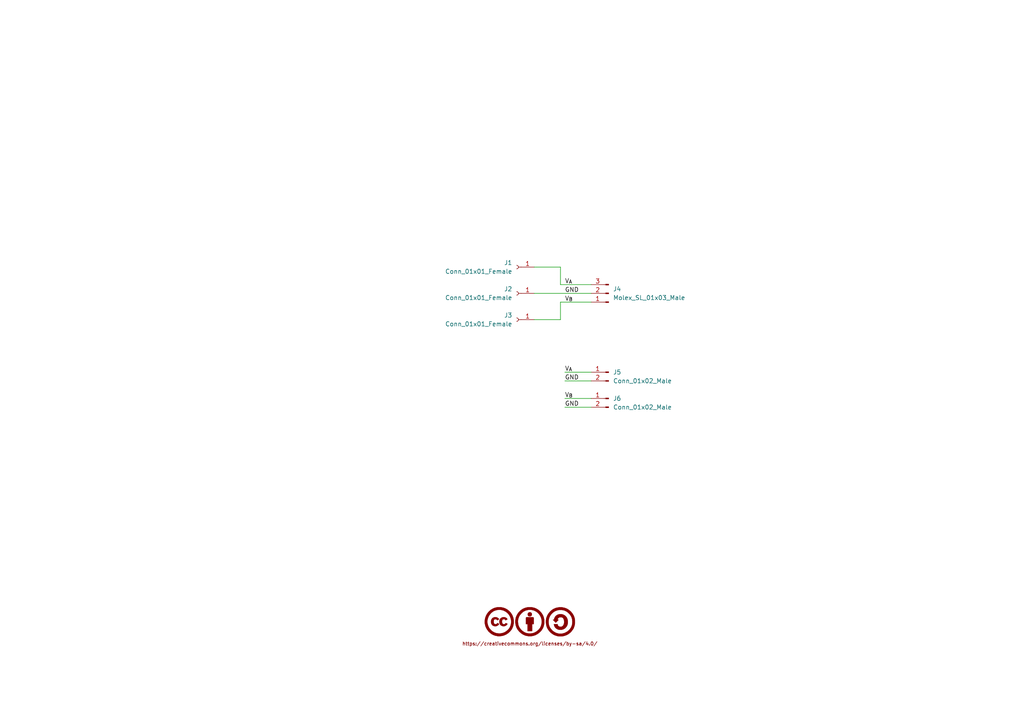
<source format=kicad_sch>
(kicad_sch (version 20211123) (generator eeschema)
  (paper "A4")
  (lib_symbols
    (symbol "Connector:Conn_01x01_Female" (pin_names (offset 1.016) hide)
      (property "Reference" "J" (at 0 2.54 0))
      (property "Value" "Conn_01x01_Female" (at 0 -2.54 0))
      (symbol "Conn_01x01_Female_1_1"
        (polyline (pts (xy -1.27 0) (xy -0.508 0)) (stroke (width 0.1524)))
        (arc (start 0 0.508) (mid -0.508 0) (end 0 -0.508) (stroke (width 0.1524)))
        (pin passive line (at -5.08 0 0) (length 3.81) (name "Pin_1") (number "1"))
      )
    )
    (symbol "Connector:Conn_01x02_Male" (pin_names (offset 1.016) hide)
      (property "Reference" "J" (at 0 2.54 0))
      (property "Value" "Conn_01x02_Male" (at 0 -5.08 0))
      (symbol "Conn_01x02_Male_1_1"
        (polyline (pts (xy 1.27 -2.54) (xy 0.8636 -2.54)) (stroke (width 0.1524)))
        (polyline (pts (xy 1.27 0) (xy 0.8636 0)) (stroke (width 0.1524)))
        (rectangle (start 0.8636 -2.413) (end 0 -2.667) (stroke (width 0.1524)) (fill (type outline)))
        (rectangle (start 0.8636 0.127) (end 0 -0.127) (stroke (width 0.1524)) (fill (type outline)))
        (pin passive line (at 5.08 0 180) (length 3.81) (name "Pin_1") (number "1"))
        (pin passive line (at 5.08 -2.54 180) (length 3.81) (name "Pin_2") (number "2"))
      )
    )
    (symbol "Connector_gkeeth:Molex_SL_01x03_Male" (pin_names (offset 1.016) hide)
      (property "Reference" "J" (at 0 5.08 0))
      (property "Value" "Molex_SL_01x03_Male" (at 0 -5.08 0))
      (symbol "Molex_SL_01x03_Male_1_1"
        (polyline (pts (xy 1.27 -2.54) (xy 0.8636 -2.54)) (stroke (width 0.1524)))
        (polyline (pts (xy 1.27 0) (xy 0.8636 0)) (stroke (width 0.1524)))
        (polyline (pts (xy 1.27 2.54) (xy 0.8636 2.54)) (stroke (width 0.1524)))
        (rectangle (start 0.8636 -2.413) (end 0 -2.667) (stroke (width 0.1524)) (fill (type outline)))
        (rectangle (start 0.8636 0.127) (end 0 -0.127) (stroke (width 0.1524)) (fill (type outline)))
        (rectangle (start 0.8636 2.667) (end 0 2.413) (stroke (width 0.1524)) (fill (type outline)))
        (pin passive line (at 5.08 2.54 180) (length 3.81) (name "Pin_1") (number "1"))
        (pin passive line (at 5.08 0 180) (length 3.81) (name "Pin_2") (number "2"))
        (pin passive line (at 5.08 -2.54 180) (length 3.81) (name "Pin_3") (number "3"))
      )
    )
    (symbol "Creative_Commons:CC-BY-SA_0.33in" (pin_names (offset 1.016))
      (symbol "CC-BY-SA_0.33in_0_0"
        (polyline (pts (xy 0.6604 -0.6604) (xy 1.1176 -0.6604) (xy 1.1176 1.143) (xy 1.0922 1.1684) (xy 1.0668 1.2192) (xy 0.9652 1.3208) (xy -0.9652 1.3208) (xy -0.9906 1.2954) (xy -1.0414 1.27) (xy -1.0668 1.2192) (xy -1.1176 1.1684) (xy -1.1176 -0.6604) (xy -0.6604 -0.6604) (xy -0.6604 -2.6924) (xy 0.6604 -2.6924) (xy 0.6604 -0.6604)) (stroke (width 0.0254)) (fill (type outline)))
        (polyline (pts (xy 0.254 1.6002) (xy 0.4064 1.7018) (xy 0.4572 1.7526) (xy 0.508 1.8288) (xy 0.5588 1.9812) (xy 0.5842 2.1082) (xy 0.5842 2.1844) (xy 0.5588 2.286) (xy 0.5588 2.3622) (xy 0.5334 2.4384) (xy 0.508 2.4892) (xy 0.4826 2.5146) (xy 0.4572 2.5654) (xy 0.4064 2.6162) (xy 0.3556 2.6416) (xy 0.3048 2.6924) (xy 0.2286 2.7178) (xy 0.1524 2.7178) (xy 0.0508 2.7432) (xy -0.0508 2.7432) (xy -0.127 2.7178) (xy -0.2032 2.7178) (xy -0.2794 2.6924) (xy -0.3556 2.6416) (xy -0.381 2.6416) (xy -0.4318 2.5908) (xy -0.4572 2.54) (xy -0.508 2.5146) (xy -0.5334 2.4638) (xy -0.5588 2.3876) (xy -0.5588 2.286) (xy -0.5842 2.2098) (xy -0.5842 2.032) (xy -0.508 1.8034) (xy -0.4572 1.7272) (xy -0.3048 1.6256) (xy -0.2286 1.6002) (xy -0.127 1.5748) (xy 0.1524 1.5748) (xy 0.254 1.6002)) (stroke (width 0.0254)) (fill (type outline)))
        (polyline (pts (xy -7.3152 -1.2446) (xy -7.1628 -1.2192) (xy -7.0358 -1.1684) (xy -6.9342 -1.0922) (xy -6.8072 -1.016) (xy -6.5786 -0.7874) (xy -6.5532 -0.7366) (xy -6.5024 -0.6858) (xy -6.5024 -0.6604) (xy -6.477 -0.635) (xy -6.477 -0.6096) (xy -6.5024 -0.6096) (xy -6.5532 -0.5842) (xy -6.5786 -0.5588) (xy -6.8834 -0.4064) (xy -6.9342 -0.4064) (xy -6.9596 -0.381) (xy -7.0104 -0.381) (xy -7.0104 -0.4064) (xy -7.0358 -0.4572) (xy -7.0866 -0.508) (xy -7.112 -0.5588) (xy -7.1882 -0.635) (xy -7.4168 -0.7112) (xy -7.6708 -0.7112) (xy -7.747 -0.6604) (xy -7.8232 -0.635) (xy -7.8994 -0.5842) (xy -7.9248 -0.5334) (xy -7.9756 -0.4826) (xy -8.001 -0.381) (xy -8.0264 -0.3048) (xy -8.0772 -0.1016) (xy -8.0772 0.254) (xy -8.0518 0.3302) (xy -8.0264 0.4318) (xy -7.9756 0.508) (xy -7.9502 0.5842) (xy -7.8486 0.6858) (xy -7.62 0.762) (xy -7.3914 0.762) (xy -7.3152 0.7366) (xy -7.1628 0.635) (xy -7.0612 0.4826) (xy -7.0358 0.4318) (xy -6.7564 0.5842) (xy -6.7056 0.6096) (xy -6.6294 0.635) (xy -6.5532 0.7112) (xy -6.5278 0.7112) (xy -6.5024 0.7366) (xy -6.5024 0.762) (xy -6.5532 0.8128) (xy -6.7056 1.016) (xy -6.8072 1.0922) (xy -6.9342 1.1684) (xy -7.0358 1.2192) (xy -7.1628 1.27) (xy -7.3152 1.2954) (xy -7.3914 1.3208) (xy -7.7978 1.3208) (xy -7.8486 1.2954) (xy -8.0518 1.2446) (xy -8.255 1.143) (xy -8.4582 0.9906) (xy -8.5344 0.9144) (xy -8.6106 0.7874) (xy -8.6868 0.6858) (xy -8.7376 0.5334) (xy -8.7884 0.4064) (xy -8.8138 0.254) (xy -8.8138 -0.2286) (xy -8.7884 -0.3556) (xy -8.636 -0.7366) (xy -8.4836 -0.9398) (xy -8.2804 -1.0922) (xy -8.1534 -1.1684) (xy -8.0264 -1.2192) (xy -7.8994 -1.2446) (xy -7.747 -1.27) (xy -7.4168 -1.27) (xy -7.3152 -1.2446)) (stroke (width 0.0254)) (fill (type outline)))
        (polyline (pts (xy -9.779 -1.2446) (xy -9.7028 -1.2446) (xy -9.6012 -1.2192) (xy -9.2964 -1.0668) (xy -9.2456 -1.016) (xy -9.1694 -0.9652) (xy -9.0932 -0.889) (xy -9.0424 -0.8128) (xy -8.9662 -0.7112) (xy -8.9408 -0.6858) (xy -8.9408 -0.6604) (xy -8.9154 -0.635) (xy -8.9154 -0.6096) (xy -8.9408 -0.6096) (xy -8.9916 -0.5842) (xy -9.017 -0.5588) (xy -9.3218 -0.4064) (xy -9.3472 -0.4064) (xy -9.398 -0.381) (xy -9.4234 -0.381) (xy -9.4234 -0.4064) (xy -9.4488 -0.4318) (xy -9.4742 -0.4826) (xy -9.6012 -0.6096) (xy -9.6774 -0.6604) (xy -9.779 -0.7112) (xy -10.0838 -0.7112) (xy -10.1092 -0.6858) (xy -10.1854 -0.6604) (xy -10.287 -0.6096) (xy -10.3378 -0.5588) (xy -10.4648 -0.3048) (xy -10.4902 -0.2032) (xy -10.4902 -0.0762) (xy -10.5156 0.0508) (xy -10.4902 0.1778) (xy -10.4902 0.2286) (xy -10.4394 0.4318) (xy -10.414 0.508) (xy -10.3632 0.5842) (xy -10.2362 0.7112) (xy -10.1346 0.7366) (xy -10.0584 0.762) (xy -9.8044 0.762) (xy -9.779 0.7366) (xy -9.6266 0.6604) (xy -9.525 0.5588) (xy -9.4996 0.508) (xy -9.4742 0.4318) (xy -9.3218 0.508) (xy -9.2964 0.5334) (xy -9.2456 0.5588) (xy -9.1694 0.5842) (xy -9.1186 0.635) (xy -9.0424 0.6604) (xy -8.9154 0.7366) (xy -8.9408 0.762) (xy -8.9662 0.8128) (xy -9.0424 0.889) (xy -9.1186 0.9906) (xy -9.1948 1.0668) (xy -9.271 1.1176) (xy -9.4742 1.2192) (xy -9.6012 1.27) (xy -9.7536 1.2954) (xy -9.779 1.3208) (xy -10.2616 1.3208) (xy -10.3124 1.2954) (xy -10.4648 1.2446) (xy -10.5918 1.1938) (xy -10.6934 1.143) (xy -10.8204 1.0668) (xy -10.922 0.9652) (xy -11.0744 0.762) (xy -11.1252 0.635) (xy -11.176 0.5334) (xy -11.176 0.508) (xy -11.2268 0.381) (xy -11.2522 0.2286) (xy -11.2522 -0.2032) (xy -11.2268 -0.3556) (xy -11.1252 -0.6096) (xy -11.0744 -0.7112) (xy -10.9982 -0.8382) (xy -10.922 -0.9398) (xy -10.7188 -1.0922) (xy -10.5918 -1.1684) (xy -10.4648 -1.2192) (xy -10.3124 -1.2446) (xy -10.1854 -1.27) (xy -9.8044 -1.27) (xy -9.779 -1.2446)) (stroke (width 0.0254)) (fill (type outline)))
        (polyline (pts (xy 9.3218 -2.286) (xy 9.6774 -2.1844) (xy 9.8552 -2.1082) (xy 10.0076 -2.0066) (xy 10.16 -1.9304) (xy 10.414 -1.6764) (xy 10.668 -1.3716) (xy 10.7442 -1.2446) (xy 10.8204 -1.0922) (xy 10.8966 -0.9144) (xy 10.9474 -0.7366) (xy 10.9728 -0.5588) (xy 11.0236 -0.1524) (xy 11.0236 0.0254) (xy 10.9728 0.4318) (xy 10.9474 0.6096) (xy 10.8966 0.8128) (xy 10.8204 0.9906) (xy 10.7442 1.143) (xy 10.6426 1.3208) (xy 10.5156 1.4732) (xy 10.1854 1.8034) (xy 10.033 1.905) (xy 9.7282 2.0574) (xy 9.3726 2.159) (xy 9.1948 2.1844) (xy 8.9916 2.2098) (xy 8.7884 2.2098) (xy 8.3312 2.1336) (xy 8.0264 2.032) (xy 7.8994 1.9558) (xy 7.8232 1.905) (xy 7.6962 1.8288) (xy 7.5692 1.7018) (xy 7.4422 1.6002) (xy 7.3406 1.4478) (xy 7.2644 1.3208) (xy 7.1882 1.1684) (xy 7.112 0.9906) (xy 7.0612 0.8382) (xy 7.0612 0.8128) (xy 7.0358 0.762) (xy 7.0358 0.6604) (xy 7.0104 0.635) (xy 7.0104 0.5842) (xy 6.7056 0.5842) (xy 7.112 0.1778) (xy 7.5184 -0.254) (xy 8.3312 0.5588) (xy 8.1788 0.5842) (xy 8.0518 0.5842) (xy 8.0518 0.7112) (xy 8.1026 0.8128) (xy 8.1026 0.8382) (xy 8.1534 0.9398) (xy 8.2042 1.016) (xy 8.2804 1.1176) (xy 8.3566 1.1684) (xy 8.5598 1.27) (xy 8.636 1.2954) (xy 8.7376 1.3208) (xy 9.144 1.3208) (xy 9.2456 1.2954) (xy 9.2964 1.2954) (xy 9.4996 1.1938) (xy 9.6012 1.1176) (xy 9.6774 1.016) (xy 9.7282 0.9398) (xy 9.8044 0.8128) (xy 9.8552 0.6858) (xy 9.8806 0.5588) (xy 9.9314 0.4064) (xy 9.9314 0.254) (xy 9.9568 0.0762) (xy 9.9568 -0.254) (xy 9.906 -0.5588) (xy 9.8552 -0.7112) (xy 9.7536 -0.9652) (xy 9.6012 -1.1684) (xy 9.525 -1.2446) (xy 9.4234 -1.3208) (xy 9.3472 -1.3716) (xy 9.2964 -1.397) (xy 9.2456 -1.397) (xy 9.2202 -1.4224) (xy 9.1694 -1.4224) (xy 9.1186 -1.4478) (xy 8.7376 -1.4478) (xy 8.6868 -1.4224) (xy 8.636 -1.4224) (xy 8.5852 -1.397) (xy 8.5344 -1.397) (xy 8.4582 -1.3462) (xy 8.3566 -1.2954) (xy 8.2804 -1.2446) (xy 8.2042 -1.1684) (xy 8.1534 -1.0922) (xy 8.1026 -0.9906) (xy 8.1026 -0.9652) (xy 8.0518 -0.8636) (xy 8.0518 -0.6858) (xy 6.985 -0.6858) (xy 6.985 -0.762) (xy 7.0104 -0.8128) (xy 7.0358 -0.9398) (xy 7.0866 -1.1176) (xy 7.1374 -1.27) (xy 7.2136 -1.4224) (xy 7.2898 -1.5494) (xy 7.3914 -1.7018) (xy 7.5184 -1.8034) (xy 7.6454 -1.9304) (xy 7.7724 -2.032) (xy 8.128 -2.2098) (xy 8.2804 -2.2606) (xy 8.636 -2.3114) (xy 9.1694 -2.3114) (xy 9.3218 -2.286)) (stroke (width 0.0254)) (fill (type outline)))
        (polyline (pts (xy 0.635 -4.1402) (xy 1.0922 -4.0386) (xy 1.5494 -3.8862) (xy 1.7272 -3.81) (xy 2.1844 -3.556) (xy 2.413 -3.4036) (xy 2.6162 -3.2512) (xy 3.0226 -2.8956) (xy 3.0734 -2.8448) (xy 3.429 -2.4384) (xy 3.683 -2.032) (xy 3.81 -1.8034) (xy 3.9116 -1.5748) (xy 3.9878 -1.3462) (xy 4.064 -1.0922) (xy 4.1656 -0.5842) (xy 4.191 -0.3302) (xy 4.191 0.381) (xy 4.1656 0.635) (xy 4.064 1.143) (xy 3.9878 1.397) (xy 3.9116 1.6256) (xy 3.81 1.8542) (xy 3.683 2.0828) (xy 3.556 2.286) (xy 3.4036 2.5146) (xy 3.2512 2.7178) (xy 3.1496 2.8194) (xy 3.0988 2.8956) (xy 3.0226 2.9464) (xy 2.9464 3.0226) (xy 2.8956 3.0988) (xy 2.8194 3.1496) (xy 2.6924 3.2766) (xy 2.286 3.5814) (xy 1.8288 3.8354) (xy 1.6002 3.937) (xy 1.3716 4.0132) (xy 1.1176 4.0894) (xy 0.6096 4.191) (xy 0.3302 4.2164) (xy -0.4318 4.2164) (xy -0.5334 4.191) (xy -0.7874 4.1656) (xy -1.016 4.1148) (xy -1.524 3.9624) (xy -1.9812 3.7592) (xy -2.1844 3.6322) (xy -2.413 3.4798) (xy -2.6162 3.3274) (xy -2.8194 3.1496) (xy -2.9972 2.9718) (xy -3.175 2.7686) (xy -3.2004 2.7432) (xy -3.3782 2.54) (xy -3.5306 2.3114) (xy -3.6576 2.0828) (xy -3.7846 1.8796) (xy -3.8862 1.6256) (xy -3.9878 1.397) (xy -4.064 1.143) (xy -4.1656 0.635) (xy -4.1656 0.508) (xy -4.191 0.381) (xy -4.191 -0.0254) (xy -3.4544 -0.0254) (xy -3.4544 0.2032) (xy -3.4036 0.6604) (xy -3.3528 0.8636) (xy -3.2766 1.0922) (xy -3.1242 1.4986) (xy -3.0226 1.7018) (xy -2.7686 2.0574) (xy -2.4638 2.413) (xy -2.3114 2.5654) (xy -1.9558 2.8702) (xy -1.9304 2.8956) (xy -1.7272 3.0226) (xy -1.3208 3.2258) (xy -1.1176 3.302) (xy -0.6604 3.4036) (xy -0.4826 3.4544) (xy -0.2794 3.4544) (xy -0.0508 3.4798) (xy 0.1778 3.4798) (xy 0.4064 3.4544) (xy 0.6096 3.429) (xy 1.2192 3.2766) (xy 1.7272 3.0226) (xy 1.905 2.921) (xy 2.0828 2.794) (xy 2.2606 2.6416) (xy 2.5908 2.3114) (xy 2.7432 2.1336) (xy 2.8702 1.9304) (xy 2.9972 1.7526) (xy 3.2004 1.3462) (xy 3.2766 1.1176) (xy 3.3528 0.9144) (xy 3.3782 0.8128) (xy 3.4036 0.5842) (xy 3.429 0.381) (xy 3.4544 0.1524) (xy 3.4544 -0.0762) (xy 3.429 -0.3048) (xy 3.4036 -0.508) (xy 3.3782 -0.7366) (xy 3.3274 -0.9398) (xy 3.2512 -1.143) (xy 3.2512 -1.1684) (xy 3.175 -1.3716) (xy 2.9718 -1.778) (xy 2.8448 -1.9558) (xy 2.54 -2.3114) (xy 2.3622 -2.4638) (xy 2.1844 -2.6416) (xy 2.0828 -2.7178) (xy 1.8796 -2.8448) (xy 1.7018 -2.9718) (xy 1.4986 -3.0734) (xy 1.27 -3.175) (xy 1.0668 -3.2512) (xy 0.8382 -3.3274) (xy 0.6096 -3.3528) (xy 0.381 -3.4036) (xy -0.2794 -3.4036) (xy -0.5334 -3.3782) (xy -0.9906 -3.2766) (xy -1.1938 -3.2004) (xy -1.4224 -3.1242) (xy -1.4478 -3.0988) (xy -1.651 -2.9972) (xy -1.8288 -2.8702) (xy -2.032 -2.7432) (xy -2.2098 -2.6162) (xy -2.54 -2.286) (xy -2.6924 -2.1082) (xy -2.9464 -1.7526) (xy -3.0734 -1.5494) (xy -3.1496 -1.3716) (xy -3.175 -1.3462) (xy -3.2512 -1.143) (xy -3.3274 -0.9144) (xy -3.3782 -0.7112) (xy -3.4544 -0.0254) (xy -4.191 -0.0254) (xy -4.191 -0.3302) (xy -4.1656 -0.4572) (xy -4.1402 -0.7112) (xy -4.0894 -0.9652) (xy -4.0132 -1.1938) (xy -3.937 -1.4478) (xy -3.8608 -1.6764) (xy -3.6068 -2.1336) (xy -3.4798 -2.3368) (xy -3.302 -2.54) (xy -3.1496 -2.7432) (xy -2.9464 -2.9464) (xy -2.54 -3.302) (xy -2.3368 -3.4544) (xy -2.1082 -3.6068) (xy -1.8796 -3.7338) (xy -1.4224 -3.937) (xy -1.1938 -4.0132) (xy -0.4318 -4.1656) (xy 0.381 -4.1656) (xy 0.635 -4.1402)) (stroke (width 0.0254)) (fill (type outline)))
        (polyline (pts (xy -8.1788 -4.1148) (xy -7.7216 -4.0132) (xy -7.4676 -3.937) (xy -7.239 -3.8354) (xy -6.985 -3.7338) (xy -6.7564 -3.6068) (xy -6.5532 -3.4798) (xy -6.35 -3.3274) (xy -6.1722 -3.2004) (xy -5.9944 -3.0226) (xy -5.8166 -2.8702) (xy -5.3594 -2.3368) (xy -5.2578 -2.159) (xy -5.1816 -2.0574) (xy -4.9784 -1.6002) (xy -4.8768 -1.3462) (xy -4.8006 -1.0922) (xy -4.699 -0.5842) (xy -4.6736 -0.3048) (xy -4.6736 0.3556) (xy -4.699 0.5334) (xy -4.7244 0.8128) (xy -4.7752 1.0668) (xy -4.8514 1.3208) (xy -4.953 1.5494) (xy -5.0292 1.8034) (xy -5.2832 2.2606) (xy -5.4356 2.4638) (xy -5.4864 2.54) (xy -5.5372 2.6416) (xy -5.7912 2.8956) (xy -5.8674 2.9972) (xy -5.9436 3.048) (xy -6.0452 3.1496) (xy -6.1468 3.2258) (xy -6.2484 3.3274) (xy -6.5532 3.556) (xy -6.604 3.5814) (xy -7.0612 3.8354) (xy -7.2898 3.937) (xy -7.5184 4.0132) (xy -7.7724 4.0894) (xy -8.2804 4.191) (xy -8.5344 4.2164) (xy -9.2964 4.2164) (xy -9.3472 4.191) (xy -9.4742 4.191) (xy -9.9822 4.0894) (xy -10.4394 3.937) (xy -10.668 3.8354) (xy -10.8966 3.7084) (xy -11.303 3.4544) (xy -11.5062 3.302) (xy -11.5316 3.2512) (xy -11.6078 3.2004) (xy -11.7348 3.0734) (xy -11.811 3.0226) (xy -11.8872 2.9464) (xy -11.938 2.8702) (xy -12.0396 2.7686) (xy -12.1412 2.6416) (xy -12.446 2.2352) (xy -12.5476 2.0066) (xy -12.6746 1.8034) (xy -12.7508 1.5748) (xy -12.8524 1.3462) (xy -12.8524 1.2954) (xy -12.9286 1.0922) (xy -12.9794 0.889) (xy -13.0048 0.6858) (xy -13.0302 0.4572) (xy -13.0556 0.254) (xy -13.0556 -0.1016) (xy -12.319 -0.1016) (xy -12.319 0.1524) (xy -12.2682 0.6096) (xy -12.2174 0.8382) (xy -12.1412 1.0414) (xy -12.065 1.27) (xy -11.9888 1.4732) (xy -11.8618 1.7018) (xy -11.6078 2.1082) (xy -11.5062 2.2098) (xy -11.2522 2.5146) (xy -11.0998 2.6416) (xy -10.9728 2.7686) (xy -10.9474 2.7686) (xy -10.7442 2.921) (xy -10.5664 3.048) (xy -10.3632 3.1496) (xy -10.16 3.2258) (xy -9.7028 3.3782) (xy -9.4742 3.429) (xy -9.3726 3.429) (xy -8.9154 3.4798) (xy -8.7122 3.4798) (xy -8.255 3.429) (xy -8.1534 3.4036) (xy -7.9248 3.3528) (xy -7.7216 3.302) (xy -7.493 3.2004) (xy -7.0866 2.9972) (xy -6.9088 2.8702) (xy -6.7056 2.7178) (xy -6.6294 2.667) (xy -6.2738 2.3114) (xy -6.1214 2.1336) (xy -5.9944 1.9558) (xy -5.8674 1.7526) (xy -5.7658 1.5494) (xy -5.6642 1.3208) (xy -5.5118 0.8636) (xy -5.461 0.635) (xy -5.4102 0.2286) (xy -5.4102 -0.1778) (xy -5.461 -0.5842) (xy -5.4864 -0.762) (xy -5.5118 -0.7874) (xy -5.6134 -1.1938) (xy -5.715 -1.397) (xy -5.7912 -1.6002) (xy -5.8928 -1.778) (xy -6.1468 -2.1336) (xy -6.477 -2.4638) (xy -6.6548 -2.6162) (xy -6.858 -2.7686) (xy -7.2644 -3.0226) (xy -7.4676 -3.1242) (xy -7.9248 -3.2766) (xy -8.382 -3.3782) (xy -8.6106 -3.4036) (xy -8.9916 -3.4036) (xy -9.2456 -3.3782) (xy -9.4742 -3.3528) (xy -9.6774 -3.302) (xy -9.906 -3.2512) (xy -10.1346 -3.175) (xy -10.541 -2.9718) (xy -10.7188 -2.8702) (xy -10.8966 -2.7432) (xy -11.049 -2.6162) (xy -11.2268 -2.4638) (xy -11.3792 -2.3114) (xy -11.4046 -2.2606) (xy -11.7094 -1.905) (xy -11.8364 -1.7018) (xy -12.0396 -1.2954) (xy -12.1158 -1.0668) (xy -12.192 -0.8636) (xy -12.2936 -0.4064) (xy -12.2936 -0.3302) (xy -12.319 -0.1016) (xy -13.0556 -0.1016) (xy -13.0556 -0.3302) (xy -13.0302 -0.5334) (xy -13.0048 -0.7112) (xy -12.954 -0.889) (xy -12.9032 -1.0922) (xy -12.8524 -1.3208) (xy -12.6492 -1.778) (xy -12.3952 -2.2352) (xy -11.938 -2.8448) (xy -11.7348 -3.0226) (xy -11.557 -3.175) (xy -11.3538 -3.3528) (xy -11.1506 -3.5052) (xy -10.6934 -3.7592) (xy -10.5156 -3.8354) (xy -10.287 -3.937) (xy -10.033 -4.0132) (xy -9.779 -4.064) (xy -9.5504 -4.1148) (xy -9.2964 -4.1656) (xy -8.6868 -4.1656) (xy -8.1788 -4.1148)) (stroke (width 0.0254)) (fill (type outline)))
        (polyline (pts (xy 9.3472 -4.191) (xy 9.6012 -4.1656) (xy 9.8806 -4.1148) (xy 10.1346 -4.0386) (xy 10.3632 -3.9624) (xy 10.6172 -3.8608) (xy 10.8458 -3.7592) (xy 11.0744 -3.6322) (xy 11.2776 -3.4798) (xy 11.5062 -3.3274) (xy 11.9126 -2.9718) (xy 12.065 -2.794) (xy 12.5222 -2.1844) (xy 12.6492 -1.9812) (xy 12.7508 -1.7526) (xy 12.827 -1.524) (xy 12.9286 -1.27) (xy 13.081 -0.508) (xy 13.081 0.4064) (xy 13.0556 0.6604) (xy 12.954 1.1684) (xy 12.8778 1.397) (xy 12.7762 1.651) (xy 12.6746 1.8796) (xy 12.5476 2.0828) (xy 12.4206 2.3114) (xy 12.3952 2.3368) (xy 12.2428 2.54) (xy 12.0904 2.7178) (xy 11.938 2.921) (xy 11.7602 3.0734) (xy 11.557 3.2512) (xy 11.1506 3.556) (xy 10.6934 3.81) (xy 10.4648 3.9116) (xy 10.2362 3.9878) (xy 9.9822 4.064) (xy 9.4742 4.1656) (xy 9.2202 4.191) (xy 8.4582 4.191) (xy 8.4074 4.1656) (xy 8.2042 4.1402) (xy 7.9756 4.1148) (xy 7.7216 4.0386) (xy 7.493 3.9878) (xy 7.0358 3.7846) (xy 6.8326 3.683) (xy 6.604 3.556) (xy 6.5532 3.5052) (xy 6.3246 3.3528) (xy 6.1214 3.175) (xy 5.7404 2.794) (xy 5.588 2.5908) (xy 5.4102 2.3876) (xy 5.334 2.2352) (xy 5.1816 2.032) (xy 4.9784 1.5748) (xy 4.8768 1.3208) (xy 4.8006 1.0922) (xy 4.699 0.5842) (xy 4.6736 0.3048) (xy 4.6736 -0.3048) (xy 5.4356 -0.3048) (xy 5.4356 0.3556) (xy 5.4864 0.6096) (xy 5.5372 0.8382) (xy 5.588 1.0414) (xy 5.6642 1.27) (xy 5.8674 1.6764) (xy 5.9944 1.8796) (xy 6.1468 2.0828) (xy 6.2992 2.2606) (xy 6.477 2.4638) (xy 6.604 2.5654) (xy 6.9596 2.8702) (xy 7.1374 2.9718) (xy 7.3406 3.0988) (xy 7.747 3.2512) (xy 7.9756 3.3274) (xy 8.1788 3.3782) (xy 8.4328 3.429) (xy 9.3472 3.429) (xy 9.4234 3.4036) (xy 9.779 3.3528) (xy 10.0838 3.2512) (xy 10.2616 3.175) (xy 10.414 3.0988) (xy 10.4394 3.0988) (xy 10.5918 3.0226) (xy 10.7188 2.921) (xy 10.8458 2.8448) (xy 11.0998 2.6416) (xy 11.3538 2.3876) (xy 11.4046 2.3622) (xy 11.5062 2.2352) (xy 11.6078 2.1336) (xy 11.684 2.032) (xy 11.7602 1.905) (xy 11.8618 1.778) (xy 11.9126 1.6764) (xy 11.9634 1.6002) (xy 11.9888 1.5494) (xy 12.0142 1.4732) (xy 12.065 1.397) (xy 12.0904 1.3208) (xy 12.1412 1.2192) (xy 12.192 1.0668) (xy 12.2174 0.9144) (xy 12.2682 0.762) (xy 12.319 0.4064) (xy 12.319 0.254) (xy 12.3444 0.1778) (xy 12.3444 -0.254) (xy 12.319 -0.3302) (xy 12.319 -0.4826) (xy 12.2936 -0.6858) (xy 12.2428 -0.8636) (xy 12.2174 -1.016) (xy 12.1666 -1.1938) (xy 12.0142 -1.4986) (xy 11.9888 -1.5748) (xy 11.9126 -1.7272) (xy 11.811 -1.8542) (xy 11.7348 -1.9812) (xy 11.6332 -2.1082) (xy 11.5316 -2.2606) (xy 11.3284 -2.4638) (xy 11.2014 -2.5654) (xy 11.0998 -2.6416) (xy 10.9982 -2.7432) (xy 10.8966 -2.8194) (xy 10.7696 -2.8956) (xy 10.7188 -2.9464) (xy 10.1092 -3.2512) (xy 9.8806 -3.3274) (xy 9.4234 -3.429) (xy 9.1948 -3.4544) (xy 8.5598 -3.4544) (xy 8.3312 -3.429) (xy 7.874 -3.3274) (xy 7.6708 -3.2512) (xy 7.4422 -3.1496) (xy 7.239 -3.048) (xy 7.0358 -2.921) (xy 6.858 -2.794) (xy 6.8326 -2.794) (xy 6.731 -2.6924) (xy 6.5278 -2.54) (xy 6.3754 -2.3876) (xy 6.223 -2.1844) (xy 6.0706 -2.0066) (xy 5.9436 -1.8288) (xy 5.8166 -1.6256) (xy 5.715 -1.4224) (xy 5.6388 -1.2192) (xy 5.5626 -0.9906) (xy 5.5118 -0.7874) (xy 5.461 -0.5588) (xy 5.4356 -0.3048) (xy 4.6736 -0.3048) (xy 4.699 -0.381) (xy 4.699 -0.508) (xy 4.7244 -0.6604) (xy 4.7752 -0.9144) (xy 4.8768 -1.3716) (xy 4.953 -1.5748) (xy 5.0546 -1.778) (xy 5.1562 -2.0066) (xy 5.2324 -2.1082) (xy 5.3594 -2.3368) (xy 5.5118 -2.54) (xy 5.6642 -2.7178) (xy 5.842 -2.921) (xy 6.0198 -3.0988) (xy 6.223 -3.2766) (xy 6.4262 -3.429) (xy 6.6294 -3.556) (xy 6.8326 -3.7084) (xy 7.0612 -3.81) (xy 7.2644 -3.9116) (xy 7.493 -3.9878) (xy 7.747 -4.064) (xy 7.9756 -4.1402) (xy 8.2296 -4.1656) (xy 8.4836 -4.2164) (xy 9.2964 -4.2164) (xy 9.3472 -4.191)) (stroke (width 0.0254)) (fill (type outline)))
        (text "https://creativecommons.org/licenses/by-sa/4.0/" (at 0 -6.35 0) (effects (font (size 0.9906 0.9906))))
      )
    )
  )
  (wire (pts (xy 162.56 77.47) (xy 162.56 82.55)))
  (wire (pts (xy 162.56 87.63) (xy 171.45 87.63)))
  (wire (pts (xy 163.83 110.49) (xy 171.45 110.49)))
  (wire (pts (xy 162.56 92.71) (xy 162.56 87.63)))
  (wire (pts (xy 154.94 77.47) (xy 162.56 77.47)))
  (wire (pts (xy 154.94 92.71) (xy 162.56 92.71)))
  (wire (pts (xy 163.83 115.57) (xy 171.45 115.57)))
  (wire (pts (xy 162.56 82.55) (xy 171.45 82.55)))
  (wire (pts (xy 163.83 107.95) (xy 171.45 107.95)))
  (wire (pts (xy 163.83 118.11) (xy 171.45 118.11)))
  (wire (pts (xy 154.94 85.09) (xy 171.45 85.09)))
  (label "GND" (at 163.83 110.49 0))
  (label "V_{A}" (at 163.83 82.55 0))
  (label "GND" (at 163.83 118.11 0))
  (label "V_{A}" (at 163.83 107.95 0))
  (label "V_{B}" (at 163.83 87.63 0))
  (label "GND" (at 163.83 85.09 0))
  (label "V_{B}" (at 163.83 115.57 0))
  (symbol (lib_id "Connector_gkeeth:Molex_SL_01x03_Male") (at 176.53 85.09 180) (unit 1)
    (property "Reference" "J4" (at 177.8 83.8199 0) (effects (justify right)))
    (property "Value" "Molex_SL_01x03_Male" (at 177.8 86.3599 0) (effects (justify right)))
    (property "Footprint" "Connector_Molex_SL:Molex_SL_A-70543-0002_1x03_P2.54mm_Vertical" (effects hide))
    (property "Datasheet" "https://www.molex.com/pdm_docs/sd/705430001_sd.pdf" (effects hide))
  )
  (symbol (lib_id "Connector:Conn_01x02_Male") (at 176.53 107.95 0) (mirror y) (unit 1)
    (property "Reference" "J5" (at 177.8 107.9499 0) (effects (justify right)))
    (property "Value" "Conn_01x02_Male" (at 177.8 110.4899 0) (effects (justify right)))
    (property "Footprint" "Connector_PinHeader_2.54mm:PinHeader_1x02_P2.54mm_Vertical" (effects hide))
  )
  (symbol (lib_id "Connector:Conn_01x01_Female") (at 149.86 85.09 0) (mirror y) (unit 1)
    (property "Reference" "J2" (at 148.59 83.8199 0) (effects (justify left)))
    (property "Value" "Conn_01x01_Female" (at 148.59 86.3599 0) (effects (justify left)))
    (property "Footprint" "Connector:CalTest_CT3151" (effects hide))
  )
  (symbol (lib_id "Connector:Conn_01x01_Female") (at 149.86 92.71 0) (mirror y) (unit 1)
    (property "Reference" "J3" (at 148.59 91.4399 0) (effects (justify left)))
    (property "Value" "Conn_01x01_Female" (at 148.59 93.9799 0) (effects (justify left)))
    (property "Footprint" "Connector:CalTest_CT3151" (effects hide))
  )
  (symbol (lib_id "Creative_Commons:CC-BY-SA_0.33in") (at 153.67 180.34 0) (unit 1)
    (property "Reference" "LOGO1" (effects hide))
    (property "Value" "CC-BY-SA_0.33in" (effects hide))
    (property "Footprint" "Symbol_CreativeCommons:CC-BY-SA_SilkScreenTop_Small" (effects hide))
  )
  (symbol (lib_id "Connector:Conn_01x01_Female") (at 149.86 77.47 0) (mirror y) (unit 1)
    (property "Reference" "J1" (at 148.59 76.1999 0) (effects (justify left)))
    (property "Value" "Conn_01x01_Female" (at 148.59 78.7399 0) (effects (justify left)))
    (property "Footprint" "Connector:CalTest_CT3151" (effects hide))
  )
  (symbol (lib_id "Connector:Conn_01x02_Male") (at 176.53 115.57 0) (mirror y) (unit 1)
    (property "Reference" "J6" (at 177.8 115.57 0) (effects (justify right)))
    (property "Value" "Conn_01x02_Male" (at 177.8 118.1099 0) (effects (justify right)))
    (property "Footprint" "Connector_PinHeader_2.54mm:PinHeader_1x02_P2.54mm_Vertical" (effects hide))
  )
)
</source>
